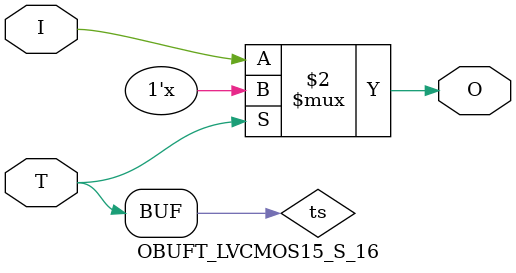
<source format=v>

/*

FUNCTION	: TRI-STATE OUTPUT BUFFER

*/

`celldefine
`timescale  100 ps / 10 ps

module OBUFT_LVCMOS15_S_16 (O, I, T);

    output O;

    input  I, T;

    or O1 (ts, 1'b0, T);
    bufif0 T1 (O, I, ts);

endmodule

</source>
